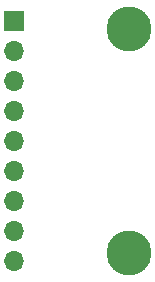
<source format=gbr>
%TF.GenerationSoftware,KiCad,Pcbnew,8.0.5*%
%TF.CreationDate,2024-09-23T16:28:14-04:00*%
%TF.ProjectId,ICM-42670-P-Breakout-Board,49434d2d-3432-4363-9730-2d502d427265,rev?*%
%TF.SameCoordinates,Original*%
%TF.FileFunction,Soldermask,Bot*%
%TF.FilePolarity,Negative*%
%FSLAX46Y46*%
G04 Gerber Fmt 4.6, Leading zero omitted, Abs format (unit mm)*
G04 Created by KiCad (PCBNEW 8.0.5) date 2024-09-23 16:28:14*
%MOMM*%
%LPD*%
G01*
G04 APERTURE LIST*
%ADD10C,2.600000*%
%ADD11C,3.800000*%
%ADD12R,1.700000X1.700000*%
%ADD13O,1.700000X1.700000*%
G04 APERTURE END LIST*
D10*
%TO.C,H2*%
X146610000Y-103860000D03*
D11*
X146610000Y-103860000D03*
%TD*%
D10*
%TO.C,H1*%
X146610000Y-84890000D03*
D11*
X146610000Y-84890000D03*
%TD*%
D12*
%TO.C,J1*%
X136870000Y-84220000D03*
D13*
X136870000Y-86760000D03*
X136870000Y-89300000D03*
X136870000Y-91840000D03*
X136870000Y-94380000D03*
X136870000Y-96920000D03*
X136870000Y-99460000D03*
X136870000Y-102000000D03*
X136870000Y-104540000D03*
%TD*%
M02*

</source>
